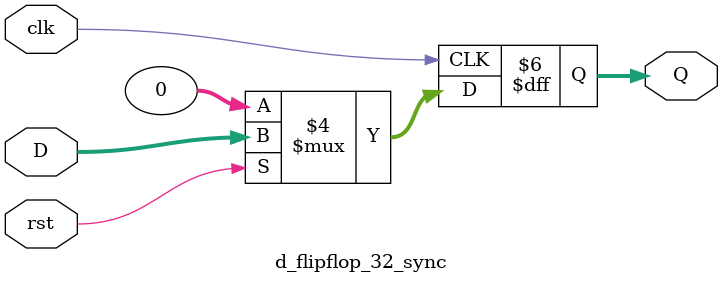
<source format=sv>
module d_flipflop_32_sync(input  logic [31:0] D, 
input logic clk, rst,
  output logic[31:0] Q
);
  always_ff @(posedge clk) begin
    if (!rst) begin
      Q  <= 0;
    end else begin
      Q  <= D;
    end
end
endmodule
</source>
